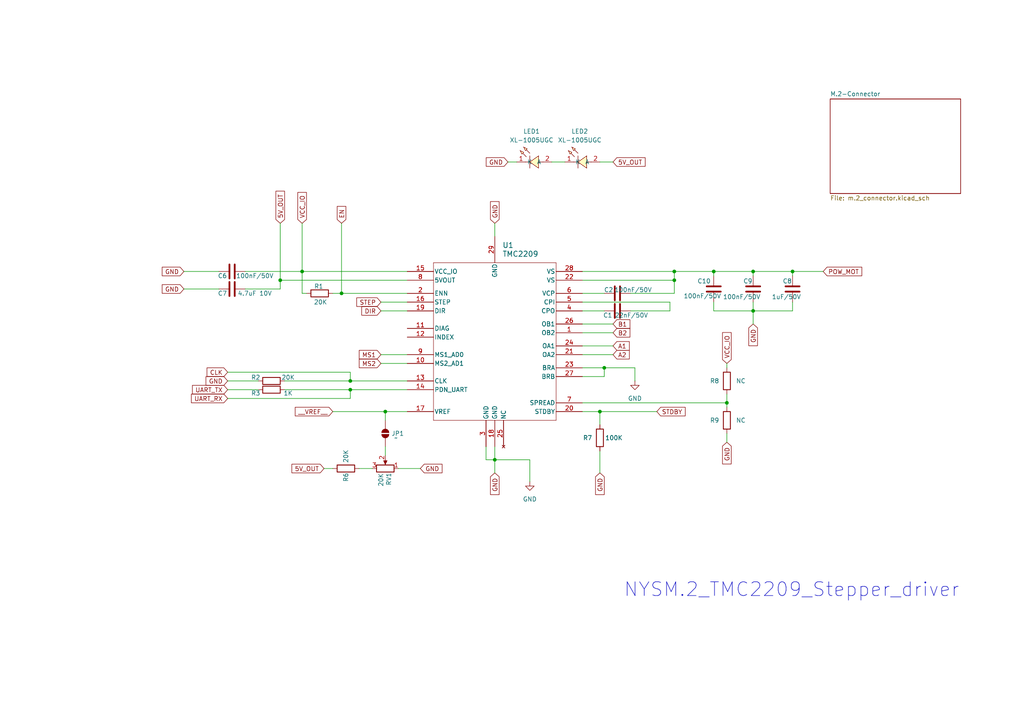
<source format=kicad_sch>
(kicad_sch (version 20250114) (generator "eeschema") (generator_version "9.0")
  (paper "A4")
  (title_block (title "NYSM.2 TMC2209 Module") (date "2024-10-22") (rev "2") (company "Boltz R&D") (comment 1 "License: This work is licensed under GPLV3"))
  (lib_symbols
    (symbol "2024-09-09_19-17-31:TMC2209" (pin_names (offset 0.254))
      (property "Reference" "U2" (at 27.5941 10.16 0))
      (property "Value" "TMC2209" (at 27.5941 7.62 0))
      (symbol "TMC2209_0_1"
        (polyline (pts (xy 7.62 5.08) (xy 7.62 -40.64)) (stroke (width 0.127)))
        (polyline (pts (xy 7.62 -40.64) (xy 43.18 -40.64)) (stroke (width 0.127)))
        (polyline (pts (xy 43.18 5.08) (xy 7.62 5.08)) (stroke (width 0.127)))
        (polyline (pts (xy 43.18 -40.64) (xy 43.18 5.08)) (stroke (width 0.127)))
        (pin power_in line (at 0 2.54 0) (length 7.62) (name "VCC_IO") (number "15"))
        (pin output line (at 0 0 0) (length 7.62) (name "5VOUT") (number "8"))
        (pin input line (at 0 -3.81 0) (length 7.62) (name "ENN") (number "2"))
        (pin input line (at 0 -6.35 0) (length 7.62) (name "STEP") (number "16"))
        (pin input line (at 0 -8.89 0) (length 7.62) (name "DIR") (number "19"))
        (pin output line (at 0 -13.97 0) (length 7.62) (name "DIAG") (number "11"))
        (pin output line (at 0 -16.51 0) (length 7.62) (name "INDEX") (number "12"))
        (pin input line (at 0 -21.59 0) (length 7.62) (name "MS1_AD0") (number "9"))
        (pin input line (at 0 -24.13 0) (length 7.62) (name "MS2_AD1") (number "10"))
        (pin input line (at 0 -29.21 0) (length 7.62) (name "CLK") (number "13"))
        (pin bidirectional line (at 0 -31.75 0) (length 7.62) (name "PDN_UART") (number "14"))
        (pin unspecified line (at 0 -38.1 0) (length 7.62) (name "VREF") (number "17"))
        (pin input line (at 25.4 -48.26 90) (length 7.62) (name "GND") (number "18"))
        (pin no_connect line (at 27.94 -48.26 90) (length 7.62) (name "NC") (number "25"))
        (pin power_in line (at 50.8 2.54 180) (length 7.62) (name "VS") (number "28"))
        (pin power_in line (at 50.8 0 180) (length 7.62) (name "VS") (number "22"))
        (pin input line (at 50.8 -6.35 180) (length 7.62) (name "CPI") (number "5"))
        (pin output line (at 50.8 -8.89 180) (length 7.62) (name "CPO") (number "4"))
        (pin output line (at 50.8 -12.7 180) (length 7.62) (name "OB1") (number "26"))
        (pin output line (at 50.8 -15.24 180) (length 7.62) (name "OB2") (number "1"))
        (pin output line (at 50.8 -19.05 180) (length 7.62) (name "OA1") (number "24"))
        (pin output line (at 50.8 -21.59 180) (length 7.62) (name "OA2") (number "21"))
        (pin unspecified line (at 50.8 -25.4 180) (length 7.62) (name "BRA") (number "23"))
        (pin unspecified line (at 50.8 -27.94 180) (length 7.62) (name "BRB") (number "27"))
        (pin input line (at 50.8 -35.56 180) (length 7.62) (name "SPREAD") (number "7"))
      )
      (symbol "TMC2209_1_1"
        (pin passive line (at 22.86 -48.26 90) (length 7.62) (name "GND") (number "3"))
        (pin passive line (at 25.4 12.7 270) (length 7.62) (name "GND") (number "29"))
        (pin passive line (at 50.8 -3.81 180) (length 7.62) (name "VCP") (number "6"))
        (pin passive line (at 50.8 -38.1 180) (length 7.62) (name "STDBY") (number "20"))
      )
    )
    (symbol "Device:C" (pin_numbers (hide yes)) (pin_names (offset 0.254))
      (property "Reference" "C" (at 0.635 2.54 0))
      (property "Value" "C" (at 0.635 -2.54 0))
      (symbol "C_0_1"
        (polyline (pts (xy -2.032 0.762) (xy 2.032 0.762)) (stroke (width 0.508)))
        (polyline (pts (xy -2.032 -0.762) (xy 2.032 -0.762)) (stroke (width 0.508)))
      )
      (symbol "C_1_1"
        (pin passive line (at 0 3.81 270) (length 2.794) (name "~") (number "1"))
        (pin passive line (at 0 -3.81 90) (length 2.794) (name "~") (number "2"))
      )
    )
    (symbol "Device:R" (pin_numbers (hide yes)) (pin_names (offset 0))
      (property "Reference" "R" (at 2.032 0 90))
      (property "Value" "R" (at 0 0 90))
      (symbol "R_0_1"
        (rectangle (start -1.016 -2.54) (end 1.016 2.54) (stroke (width 0.254)))
      )
      (symbol "R_1_1"
        (pin passive line (at 0 3.81 270) (length 1.27) (name "~") (number "1"))
        (pin passive line (at 0 -3.81 90) (length 1.27) (name "~") (number "2"))
      )
    )
    (symbol "Device:R_Potentiometer" (pin_names (offset 1.016) (hide yes))
      (property "Reference" "RV" (at -4.445 0 90))
      (property "Value" "R_Potentiometer" (at -2.54 0 90))
      (symbol "R_Potentiometer_0_1"
        (rectangle (start 1.016 2.54) (end -1.016 -2.54) (stroke (width 0.254)))
        (polyline (pts (xy 1.143 0) (xy 2.286 0.508) (xy 2.286 -0.508) (xy 1.143 0)) (fill (type outline)))
        (polyline (pts (xy 2.54 0) (xy 1.524 0)))
      )
      (symbol "R_Potentiometer_1_1"
        (pin passive line (at 0 3.81 270) (length 1.27) (name "1") (number "1"))
        (pin passive line (at 0 -3.81 90) (length 1.27) (name "3") (number "3"))
        (pin passive line (at 3.81 0 180) (length 1.27) (name "2") (number "2"))
      )
    )
    (symbol "Jumper:SolderJumper_2_Open" (pin_numbers (hide yes)) (pin_names (offset 0) (hide yes)) (exclude_from_sim yes) (in_bom no)
      (property "Reference" "JP" (at 0 2.032 0))
      (property "Value" "SolderJumper_2_Open" (at 0 -2.54 0))
      (symbol "SolderJumper_2_Open_0_1"
        (polyline (pts (xy -0.254 1.016) (xy -0.254 -1.016)))
        (arc (start -0.254 -1.016) (mid -1.2656 0) (end -0.254 1.016))
        (arc (start -0.254 -1.016) (mid -1.2656 0) (end -0.254 1.016) (fill (type outline)))
        (arc (start 0.254 1.016) (mid 1.2656 0) (end 0.254 -1.016))
        (arc (start 0.254 1.016) (mid 1.2656 0) (end 0.254 -1.016) (fill (type outline)))
        (polyline (pts (xy 0.254 1.016) (xy 0.254 -1.016)))
      )
      (symbol "SolderJumper_2_Open_1_1"
        (pin passive line (at -3.81 0 0) (length 2.54) (name "A") (number "1"))
        (pin passive line (at 3.81 0 180) (length 2.54) (name "B") (number "2"))
      )
    )
    (symbol "componentimport:XL-1005UGC"
      (property "Reference" "LED" (at 0 5.08 0))
      (property "Value" "XL-1005UGC" (at 0 -5.08 0))
      (symbol "XL-1005UGC_0_1"
        (polyline (pts (xy -4.06 3.3) (xy -3.05 2.79) (xy -3.56 2.29) (xy -4.06 3.3)) (fill (type background)))
        (polyline (pts (xy -3.05 4.32) (xy -2.03 3.81) (xy -2.54 3.3) (xy -3.05 4.32)) (fill (type background)))
        (polyline (pts (xy -2.29 1.52) (xy -3.3 2.54) (xy -2.29 1.52)) (fill (type background)))
        (polyline (pts (xy -1.27 2.54) (xy -2.29 3.56) (xy -1.27 2.54)) (fill (type background)))
        (polyline (pts (xy -1.27 1.78) (xy -1.27 -1.78)))
        (polyline (pts (xy -1.27 0) (xy -2.54 0)))
        (polyline (pts (xy 1.27 1.78) (xy -1.27 0) (xy 1.27 -1.78) (xy 1.27 1.78)) (fill (type background)))
        (polyline (pts (xy 2.54 0) (xy 1.27 0)))
        (pin unspecified line (at -5.08 0 0) (length 2.54) (name "K") (number "1"))
        (pin unspecified line (at 5.08 0 180) (length 2.54) (name "A") (number "2"))
      )
    )
    (symbol "power:GND" (power) (pin_numbers (hide yes)) (pin_names (offset 0) (hide yes))
      (property "Value" "GND" (at 0 -3.81 0))
      (symbol "GND_0_1"
        (polyline (pts (xy 0 0) (xy 0 -1.27) (xy 1.27 -1.27) (xy 0 -2.54) (xy -1.27 -1.27) (xy 0 -1.27)))
      )
      (symbol "GND_1_1"
        (pin power_in line (at 0 0 270) (length 0) (name "~") (number "1"))
      )
    )
  )
  (text "NYSM.2_TMC2209_Stepper_driver" (at 180.848 173.482 0) (effects (font (size 4 4)) (justify left bottom)))
  (junction (at 99.06 85.09))
  (junction (at 218.44 90.17))
  (junction (at 175.26 106.68))
  (junction (at 195.58 78.74))
  (junction (at 207.01 78.74))
  (junction (at 143.51 133.35))
  (junction (at 111.76 119.38))
  (junction (at 210.82 116.84))
  (junction (at 218.44 78.74))
  (junction (at 101.6 110.49))
  (junction (at 87.63 78.74))
  (junction (at 195.58 81.28))
  (junction (at 101.6 113.03))
  (junction (at 173.99 119.38))
  (junction (at 81.28 81.28))
  (junction (at 229.87 78.74))
  (wire (pts (xy 210.82 116.84) (xy 210.82 118.11)))
  (wire (pts (xy 173.99 46.99) (xy 177.8 46.99)))
  (wire (pts (xy 210.82 105.41) (xy 210.82 106.68)))
  (wire (pts (xy 96.52 119.38) (xy 111.76 119.38)))
  (wire (pts (xy 173.99 119.38) (xy 190.5 119.38)))
  (wire (pts (xy 101.6 107.95) (xy 101.6 110.49)))
  (wire (pts (xy 168.91 102.87) (xy 177.8 102.87)))
  (wire (pts (xy 99.06 85.09) (xy 118.11 85.09)))
  (wire (pts (xy 66.04 115.57) (xy 101.6 115.57)))
  (wire (pts (xy 195.58 81.28) (xy 195.58 85.09)))
  (wire (pts (xy 140.97 129.54) (xy 140.97 133.35)))
  (wire (pts (xy 110.49 105.41) (xy 118.11 105.41)))
  (wire (pts (xy 210.82 114.3) (xy 210.82 116.84)))
  (wire (pts (xy 207.01 80.01) (xy 207.01 78.74)))
  (wire (pts (xy 87.63 85.09) (xy 87.63 78.74)))
  (wire (pts (xy 71.12 78.74) (xy 87.63 78.74)))
  (wire (pts (xy 207.01 90.17) (xy 218.44 90.17)))
  (wire (pts (xy 168.91 78.74) (xy 195.58 78.74)))
  (wire (pts (xy 143.51 129.54) (xy 143.51 133.35)))
  (wire (pts (xy 143.51 133.35) (xy 143.51 137.16)))
  (wire (pts (xy 96.52 85.09) (xy 99.06 85.09)))
  (wire (pts (xy 153.67 133.35) (xy 143.51 133.35)))
  (wire (pts (xy 111.76 119.38) (xy 118.11 119.38)))
  (wire (pts (xy 81.28 81.28) (xy 81.28 83.82)))
  (wire (pts (xy 168.91 116.84) (xy 210.82 116.84)))
  (wire (pts (xy 147.32 46.99) (xy 149.86 46.99)))
  (wire (pts (xy 99.06 64.77) (xy 99.06 85.09)))
  (wire (pts (xy 143.51 64.77) (xy 143.51 68.58)))
  (wire (pts (xy 207.01 78.74) (xy 195.58 78.74)))
  (wire (pts (xy 81.28 64.77) (xy 81.28 81.28)))
  (wire (pts (xy 110.49 90.17) (xy 118.11 90.17)))
  (wire (pts (xy 195.58 81.28) (xy 195.58 78.74)))
  (wire (pts (xy 218.44 90.17) (xy 218.44 93.98)))
  (wire (pts (xy 111.76 129.54) (xy 111.76 132.08)))
  (wire (pts (xy 168.91 96.52) (xy 177.8 96.52)))
  (wire (pts (xy 111.76 121.92) (xy 111.76 119.38)))
  (wire (pts (xy 140.97 133.35) (xy 143.51 133.35)))
  (wire (pts (xy 101.6 113.03) (xy 118.11 113.03)))
  (wire (pts (xy 71.12 83.82) (xy 81.28 83.82)))
  (wire (pts (xy 53.34 78.74) (xy 63.5 78.74)))
  (wire (pts (xy 66.04 107.95) (xy 101.6 107.95)))
  (wire (pts (xy 104.14 135.89) (xy 107.95 135.89)))
  (wire (pts (xy 173.99 119.38) (xy 173.99 123.19)))
  (wire (pts (xy 175.26 109.22) (xy 168.91 109.22)))
  (wire (pts (xy 175.26 106.68) (xy 175.26 109.22)))
  (wire (pts (xy 229.87 78.74) (xy 238.76 78.74)))
  (wire (pts (xy 229.87 90.17) (xy 218.44 90.17)))
  (wire (pts (xy 87.63 78.74) (xy 118.11 78.74)))
  (wire (pts (xy 163.83 46.99) (xy 160.02 46.99)))
  (wire (pts (xy 194.31 90.17) (xy 194.31 87.63)))
  (wire (pts (xy 207.01 87.63) (xy 207.01 90.17)))
  (wire (pts (xy 210.82 125.73) (xy 210.82 128.27)))
  (wire (pts (xy 182.88 85.09) (xy 195.58 85.09)))
  (wire (pts (xy 53.34 83.82) (xy 63.5 83.82)))
  (wire (pts (xy 182.88 90.17) (xy 194.31 90.17)))
  (wire (pts (xy 110.49 102.87) (xy 118.11 102.87)))
  (wire (pts (xy 168.91 100.33) (xy 177.8 100.33)))
  (wire (pts (xy 66.04 113.03) (xy 74.93 113.03)))
  (wire (pts (xy 153.67 139.7) (xy 153.67 133.35)))
  (wire (pts (xy 218.44 87.63) (xy 218.44 90.17)))
  (wire (pts (xy 168.91 119.38) (xy 173.99 119.38)))
  (wire (pts (xy 66.04 110.49) (xy 74.93 110.49)))
  (wire (pts (xy 115.57 135.89) (xy 121.92 135.89)))
  (wire (pts (xy 194.31 87.63) (xy 168.91 87.63)))
  (wire (pts (xy 81.28 81.28) (xy 118.11 81.28)))
  (wire (pts (xy 93.98 135.89) (xy 96.52 135.89)))
  (wire (pts (xy 87.63 64.77) (xy 87.63 78.74)))
  (wire (pts (xy 173.99 130.81) (xy 173.99 137.16)))
  (wire (pts (xy 168.91 81.28) (xy 195.58 81.28)))
  (wire (pts (xy 101.6 115.57) (xy 101.6 113.03)))
  (wire (pts (xy 82.55 110.49) (xy 101.6 110.49)))
  (wire (pts (xy 101.6 110.49) (xy 118.11 110.49)))
  (wire (pts (xy 229.87 80.01) (xy 229.87 78.74)))
  (wire (pts (xy 168.91 93.98) (xy 177.8 93.98)))
  (wire (pts (xy 229.87 87.63) (xy 229.87 90.17)))
  (wire (pts (xy 218.44 80.01) (xy 218.44 78.74)))
  (wire (pts (xy 168.91 90.17) (xy 175.26 90.17)))
  (wire (pts (xy 110.49 87.63) (xy 118.11 87.63)))
  (wire (pts (xy 88.9 85.09) (xy 87.63 85.09)))
  (wire (pts (xy 184.15 106.68) (xy 175.26 106.68)))
  (wire (pts (xy 184.15 110.49) (xy 184.15 106.68)))
  (wire (pts (xy 229.87 78.74) (xy 218.44 78.74)))
  (wire (pts (xy 168.91 85.09) (xy 175.26 85.09)))
  (wire (pts (xy 82.55 113.03) (xy 101.6 113.03)))
  (wire (pts (xy 168.91 106.68) (xy 175.26 106.68)))
  (wire (pts (xy 218.44 78.74) (xy 207.01 78.74)))
  (global_label "POW_MOT" (shape input) (at 238.76 78.74 0) (property "Intersheetrefs" "${INTERSHEET_REFS}" (effects (hide yes))))
  (global_label "5V_OUT" (shape input) (at 81.28 64.77 90) (property "Intersheetrefs" "${INTERSHEET_REFS}" (effects (hide yes))))
  (global_label "GND" (shape input) (at 66.04 110.49 180) (property "Intersheetrefs" "${INTERSHEET_REFS}" (effects (hide yes))))
  (global_label "A2" (shape input) (at 177.8 102.87 0) (property "Intersheetrefs" "${INTERSHEET_REFS}" (effects (hide yes))))
  (global_label "UART_TX" (shape input) (at 66.04 113.03 180) (property "Intersheetrefs" "${INTERSHEET_REFS}" (effects (hide yes))))
  (global_label "CLK" (shape input) (at 66.04 107.95 180) (property "Intersheetrefs" "${INTERSHEET_REFS}" (effects (hide yes))))
  (global_label "DIR" (shape input) (at 110.49 90.17 180) (property "Intersheetrefs" "${INTERSHEET_REFS}" (effects (hide yes))))
  (global_label "A1" (shape input) (at 177.8 100.33 0) (property "Intersheetrefs" "${INTERSHEET_REFS}" (effects (hide yes))))
  (global_label "__VREF__" (shape input) (at 96.52 119.38 180) (property "Intersheetrefs" "${INTERSHEET_REFS}" (effects (hide yes))))
  (global_label "GND" (shape input) (at 53.34 83.82 180) (property "Intersheetrefs" "${INTERSHEET_REFS}" (effects (hide yes))))
  (global_label "UART_RX" (shape input) (at 66.04 115.57 180) (property "Intersheetrefs" "${INTERSHEET_REFS}" (effects (hide yes))))
  (global_label "GND" (shape input) (at 173.99 137.16 270) (property "Intersheetrefs" "${INTERSHEET_REFS}" (effects (hide yes))))
  (global_label "GND" (shape input) (at 218.44 93.98 270) (property "Intersheetrefs" "${INTERSHEET_REFS}" (effects (hide yes))))
  (global_label "GND" (shape input) (at 143.51 137.16 270) (property "Intersheetrefs" "${INTERSHEET_REFS}" (effects (hide yes))))
  (global_label "GND" (shape input) (at 210.82 128.27 270) (property "Intersheetrefs" "${INTERSHEET_REFS}" (effects (hide yes))))
  (global_label "VCC_IO" (shape input) (at 210.82 105.41 90) (property "Intersheetrefs" "${INTERSHEET_REFS}" (effects (hide yes))))
  (global_label "MS2" (shape input) (at 110.49 105.41 180) (property "Intersheetrefs" "${INTERSHEET_REFS}" (effects (hide yes))))
  (global_label "MS1" (shape input) (at 110.49 102.87 180) (property "Intersheetrefs" "${INTERSHEET_REFS}" (effects (hide yes))))
  (global_label "B2" (shape input) (at 177.8 96.52 0) (property "Intersheetrefs" "${INTERSHEET_REFS}" (effects (hide yes))))
  (global_label "GND" (shape input) (at 121.92 135.89 0) (property "Intersheetrefs" "${INTERSHEET_REFS}" (effects (hide yes))))
  (global_label "5V_OUT" (shape input) (at 93.98 135.89 180) (property "Intersheetrefs" "${INTERSHEET_REFS}" (effects (hide yes))))
  (global_label "GND" (shape input) (at 147.32 46.99 180) (property "Intersheetrefs" "${INTERSHEET_REFS}" (effects (hide yes))))
  (global_label "5V_OUT" (shape input) (at 177.8 46.99 0) (property "Intersheetrefs" "${INTERSHEET_REFS}" (effects (hide yes))))
  (global_label "GND" (shape input) (at 143.51 64.77 90) (property "Intersheetrefs" "${INTERSHEET_REFS}" (effects (hide yes))))
  (global_label "STEP" (shape input) (at 110.49 87.63 180) (property "Intersheetrefs" "${INTERSHEET_REFS}" (effects (hide yes))))
  (global_label "B1" (shape input) (at 177.8 93.98 0) (property "Intersheetrefs" "${INTERSHEET_REFS}" (effects (hide yes))))
  (global_label "STDBY" (shape input) (at 190.5 119.38 0) (property "Intersheetrefs" "${INTERSHEET_REFS}" (effects (hide yes))))
  (global_label "GND" (shape input) (at 53.34 78.74 180) (property "Intersheetrefs" "${INTERSHEET_REFS}" (effects (hide yes))))
  (global_label "VCC_IO" (shape input) (at 87.63 64.77 90) (property "Intersheetrefs" "${INTERSHEET_REFS}" (effects (hide yes))))
  (global_label "EN" (shape input) (at 99.06 64.77 90) (property "Intersheetrefs" "${INTERSHEET_REFS}" (effects (hide yes))))
  (symbol (lib_id "Device:C") (at 67.31 83.82 90) (unit 1)
    (property "Reference" "C7" (at 64.516 85.09 90))
    (property "Value" "4.7uF 10V" (at 73.914 85.09 90))
    (property "Footprint" "Capacitor_SMD:C_0402_1005Metric" (effects (hide yes)))
    (property "Description" "Unpolarized capacitor" (effects (hide yes)))
    (property "LCSC#" "C368809" (effects (hide yes)))
    (property "Manufacturer_Part_Number" "CL05A475KP5NRNC" (effects (hide yes)))
  )
  (symbol (lib_id "Device:C") (at 179.07 90.17 90) (unit 1)
    (property "Reference" "C1" (at 176.276 91.44 90))
    (property "Value" "22nF/50V" (at 183.134 91.44 90))
    (property "Footprint" "Capacitor_SMD:C_0402_1005Metric" (effects (hide yes)))
    (property "Description" "Unpolarized capacitor" (effects (hide yes)))
    (property "LCSC#" "C107026" (effects (hide yes)))
    (property "Manufacturer_Part_Number" "CC0402KRX7R9BB223" (effects (hide yes)))
  )
  (symbol (lib_id "Device:C") (at 179.07 85.09 90) (unit 1)
    (property "Reference" "C2" (at 176.53 84.074 90))
    (property "Value" "100nF/50V" (at 183.642 84.074 90))
    (property "Footprint" "Capacitor_SMD:C_0402_1005Metric" (effects (hide yes)))
    (property "Description" "Unpolarized capacitor" (effects (hide yes)))
    (property "LCSC#" "C152814" (effects (hide yes)))
    (property "Manufacturer_Part_Number" "0402B104K500CT" (effects (hide yes)))
  )
  (symbol (lib_id "Device:R_Potentiometer") (at 111.76 135.89 270) (mirror x) (unit 1)
    (property "Reference" "RV1" (at 112.776 138.938 0))
    (property "Value" "20K" (at 110.49 139.192 0))
    (property "Footprint" "Potentiometer_SMD:Potentiometer_Bourns_TC33X_Vertical" (effects (hide yes)))
    (property "Description" "Potentiometer" (effects (hide yes)))
    (property "ALT MPN" "TC33X-2-203E" (effects (hide yes)))
    (property "LCSC#" "C128550" (effects (hide yes)))
    (property "Manufacturer_Part_Number" "VG039NCHXTB203" (effects (hide yes)))
  )
  (symbol (lib_id "Device:R") (at 210.82 121.92 180) (unit 1)
    (property "Reference" "R9" (at 207.264 121.92 0))
    (property "Value" "NC" (at 214.884 121.92 0))
    (property "Footprint" "Resistor_SMD:R_0402_1005Metric" (effects (hide yes)))
    (property "Description" "Resistor" (effects (hide yes)))
  )
  (symbol (lib_id "power:GND") (at 153.67 139.7 0) (unit 1)
    (property "Reference" "#PWR01" (effects (hide yes)))
    (property "Value" "GND" (at 153.67 144.78 0))
    (property "Description" "Power symbol creates a global label with name \"GND\" , ground" (effects (hide yes)))
  )
  (symbol (lib_id "Device:R") (at 78.74 110.49 90) (unit 1)
    (property "Reference" "R2" (at 74.168 109.474 90))
    (property "Value" "20K" (at 83.566 109.474 90))
    (property "Footprint" "Resistor_SMD:R_0402_1005Metric" (effects (hide yes)))
    (property "Description" "Resistor" (effects (hide yes)))
    (property "LCSC#" "C384364" (effects (hide yes)))
    (property "Manufacturer_Part_Number" "WR04X203JTL" (effects (hide yes)))
  )
  (symbol (lib_id "componentimport:XL-1005UGC") (at 168.91 46.99 0) (unit 1)
    (property "Reference" "LED2" (at 168.15 38.1 0))
    (property "Value" "XL-1005UGC" (at 168.15 40.64 0))
    (property "Footprint" "componentimport:LED0402-RD_GREEN" (effects (hide yes)))
    (property "LCSC Part" "C965793" (effects (hide yes)))
  )
  (symbol (lib_id "2024-09-09_19-17-31:TMC2209") (at 118.11 81.28 0) (unit 1)
    (property "Reference" "U1" (at 145.7041 71.12 0) (effects (font (size 1.524 1.524)) (justify left)))
    (property "Value" "TMC2209" (at 145.7041 73.66 0) (effects (font (size 1.524 1.524)) (justify left)))
    (property "Footprint" "TMC2209:QFN28_5X5_TRI" (effects (hide yes)))
    (property "Datasheet" "TMC2209" (effects (hide yes)))
    (property "LCSC#" "C465949" (effects (hide yes)))
    (property "Manufacturer_Part_Number" "TMC2209" (effects (hide yes)))
  )
  (symbol (lib_id "power:GND") (at 184.15 110.49 0) (unit 1)
    (property "Reference" "#PWR02" (effects (hide yes)))
    (property "Value" "GND" (at 184.15 115.57 0))
    (property "Description" "Power symbol creates a global label with name \"GND\" , ground" (effects (hide yes)))
  )
  (symbol (lib_id "Device:R") (at 92.71 85.09 90) (unit 1)
    (property "Reference" "R1" (at 92.456 83.058 90))
    (property "Value" "20K" (at 92.964 87.63 90))
    (property "Footprint" "Resistor_SMD:R_0402_1005Metric" (effects (hide yes)))
    (property "Description" "Resistor" (effects (hide yes)))
    (property "LCSC#" "C384364" (effects (hide yes)))
    (property "Manufacturer_Part_Number" "WR04X203JTL" (effects (hide yes)))
  )
  (symbol (lib_id "Device:C") (at 67.31 78.74 90) (unit 1)
    (property "Reference" "C6" (at 64.516 80.01 90))
    (property "Value" "100nF/50V" (at 73.914 80.01 90))
    (property "Footprint" "Capacitor_SMD:C_0402_1005Metric" (effects (hide yes)))
    (property "Description" "Unpolarized capacitor" (effects (hide yes)))
    (property "LCSC#" "C152814" (effects (hide yes)))
    (property "Manufacturer_Part_Number" "0402B104K500CT" (effects (hide yes)))
  )
  (symbol (lib_id "componentimport:XL-1005UGC") (at 154.94 46.99 0) (unit 1)
    (property "Reference" "LED1" (at 154.18 38.1 0))
    (property "Value" "XL-1005UGC" (at 154.18 40.64 0))
    (property "Footprint" "componentimport:LED0402-RD_GREEN" (effects (hide yes)))
    (property "LCSC Part" "C965793" (effects (hide yes)))
  )
  (symbol (lib_id "Device:C") (at 218.44 83.82 0) (unit 1)
    (property "Reference" "C9" (at 216.916 81.534 0))
    (property "Value" "100nF/50V" (at 215.138 86.106 0))
    (property "Footprint" "Capacitor_SMD:C_0402_1005Metric" (effects (hide yes)))
    (property "Description" "Unpolarized capacitor" (effects (hide yes)))
    (property "LCSC#" "C152814" (effects (hide yes)))
    (property "Manufacturer_Part_Number" "0402B104K500CT" (effects (hide yes)))
  )
  (symbol (lib_id "Device:R") (at 173.99 127 180) (unit 1)
    (property "Reference" "R7" (at 170.434 127 0))
    (property "Value" "100K" (at 178.054 127 0))
    (property "Footprint" "Resistor_SMD:R_0402_1005Metric" (effects (hide yes)))
    (property "Description" "Resistor" (effects (hide yes)))
    (property "LCSC#" "C384388" (effects (hide yes)))
    (property "Manufacturer_Part_Number" "WR04X104JTL" (effects (hide yes)))
  )
  (symbol (lib_id "Jumper:SolderJumper_2_Open") (at 111.76 125.73 90) (unit 1) (exclude_from_sim yes) (in_bom no)
    (property "Reference" "JP1" (at 113.538 125.73 90) (effects (justify right)))
    (property "Value" "~" (at 114.3 127 90) (effects (justify right)))
    (property "Footprint" "Jumper:SolderJumper-2_P1.3mm_Open_Pad1.0x1.5mm" (effects (hide yes)))
    (property "Description" "Solder Jumper, 2-pole, open" (effects (hide yes)))
  )
  (symbol (lib_id "Device:R") (at 100.33 135.89 90) (unit 1)
    (property "Reference" "R6" (at 100.33 138.43 0))
    (property "Value" "20K" (at 100.33 132.334 0))
    (property "Footprint" "Resistor_SMD:R_0402_1005Metric" (effects (hide yes)))
    (property "Description" "Resistor" (effects (hide yes)))
    (property "LCSC#" "C384364" (effects (hide yes)))
    (property "Manufacturer_Part_Number" "WR04X203JTL" (effects (hide yes)))
  )
  (symbol (lib_id "Device:C") (at 229.87 83.82 0) (unit 1)
    (property "Reference" "C8" (at 228.346 81.534 0))
    (property "Value" "1uF/50V" (at 228.092 86.106 0))
    (property "Footprint" "Capacitor_SMD:C_0402_1005Metric" (effects (hide yes)))
    (property "Description" "Unpolarized capacitor" (effects (hide yes)))
    (property "LCSC#" "C1518208" (effects (hide yes)))
    (property "Manufacturer_Part_Number" "GRM155R61H105KE05D" (effects (hide yes)))
  )
  (symbol (lib_id "Device:R") (at 78.74 113.03 90) (unit 1)
    (property "Reference" "R3" (at 74.168 114.046 90))
    (property "Value" "1K" (at 83.566 114.046 90))
    (property "Footprint" "Resistor_SMD:R_0402_1005Metric" (effects (hide yes)))
    (property "Description" "Resistor" (effects (hide yes)))
    (property "LCSC#" "C163815" (effects (hide yes)))
    (property "Manufacturer_Part_Number" "WR04X1001FTL" (effects (hide yes)))
  )
  (symbol (lib_id "Device:R") (at 210.82 110.49 180) (unit 1)
    (property "Reference" "R8" (at 207.264 110.49 0))
    (property "Value" "NC" (at 214.884 110.49 0))
    (property "Footprint" "Resistor_SMD:R_0402_1005Metric" (effects (hide yes)))
    (property "Description" "Resistor" (effects (hide yes)))
  )
  (symbol (lib_id "Device:C") (at 207.01 83.82 0) (unit 1)
    (property "Reference" "C10" (at 204.216 81.534 0))
    (property "Value" "100nF/50V" (at 203.708 85.852 0))
    (property "Footprint" "Capacitor_SMD:C_0402_1005Metric" (effects (hide yes)))
    (property "Description" "Unpolarized capacitor" (effects (hide yes)))
    (property "LCSC#" "C152814" (effects (hide yes)))
    (property "Manufacturer_Part_Number" "0402B104K500CT" (effects (hide yes)))
  )
  (sheet (at 240.792 28.702) (size 37.846 27.432) (stroke (width 0.1524))
    (property "Sheetname" "M.2-Connector" (at 240.792 27.9904 0) (effects (justify left bottom)))
    (property "Sheetfile" "m.2_connector.kicad_sch" (at 240.792 56.7186 0) (effects (justify left top)))
  )
)
</source>
